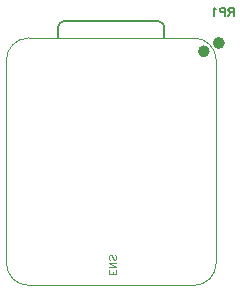
<source format=gbo>
G04 Layer: BottomSilkscreenLayer*
G04 EasyEDA Pro v2.2.44.9, 2025-11-28 14:21:36*
G04 Gerber Generator version 0.3*
G04 Scale: 100 percent, Rotated: No, Reflected: No*
G04 Dimensions in millimeters*
G04 Leading zeros omitted, absolute positions, 4 integers and 5 decimals*
G04 Generated by one-click*
%FSLAX45Y45*%
%MOMM*%
%ADD10C,0.1*%
%ADD11C,0.1524*%
%ADD12C,0.127*%
%ADD13C,0.5*%
%ADD14C,0.5791*%
G75*


G04 Text Start*
G54D10*
G01X2369820Y-2865120D02*
G01X2310638Y-2865120D01*
G01X2369820Y-2865120D02*
G01X2369820Y-2828544D01*
G01X2341626Y-2865120D02*
G01X2341626Y-2842768D01*
G01X2310638Y-2865120D02*
G01X2310638Y-2828544D01*
G01X2369820Y-2804922D02*
G01X2310638Y-2804922D01*
G01X2369820Y-2804922D02*
G01X2310638Y-2765552D01*
G01X2369820Y-2765552D02*
G01X2310638Y-2765552D01*
G01X2361438Y-2702560D02*
G01X2367026Y-2708402D01*
G01X2369820Y-2716784D01*
G01X2369820Y-2727960D01*
G01X2367026Y-2736342D01*
G01X2361438Y-2741930D01*
G01X2355596Y-2741930D01*
G01X2350008Y-2739136D01*
G01X2347214Y-2736342D01*
G01X2344420Y-2730754D01*
G01X2338832Y-2713990D01*
G01X2336038Y-2708402D01*
G01X2333244Y-2705608D01*
G01X2327656Y-2702560D01*
G01X2319020Y-2702560D01*
G01X2313432Y-2708402D01*
G01X2310638Y-2716784D01*
G01X2310638Y-2727960D01*
G01X2313432Y-2736342D01*
G01X2319020Y-2741930D01*
G54D11*
G01X3366680Y-609716D02*
G01X3366680Y-674740D01*
G01X3366680Y-609716D02*
G01X3338740Y-609716D01*
G01X3329596Y-612764D01*
G01X3326548Y-615812D01*
G01X3323246Y-622162D01*
G01X3323246Y-628258D01*
G01X3326548Y-634354D01*
G01X3329596Y-637402D01*
G01X3338740Y-640704D01*
G01X3366680Y-640704D01*
G01X3345090Y-640704D02*
G01X3323246Y-674740D01*
G01X3293020Y-609716D02*
G01X3293020Y-674740D01*
G01X3293020Y-609716D02*
G01X3265334Y-609716D01*
G01X3255936Y-612764D01*
G01X3252888Y-615812D01*
G01X3249840Y-622162D01*
G01X3249840Y-631306D01*
G01X3252888Y-637402D01*
G01X3255936Y-640704D01*
G01X3265334Y-643752D01*
G01X3293020Y-643752D01*
G01X3219614Y-622162D02*
G01X3213518Y-618860D01*
G01X3204374Y-609716D01*
G01X3204374Y-674740D01*
G04 Text End*

G04 PolygonModel Start*
G54D10*
G01X3220300Y-2769000D02*
G01X3220300Y-1054500D01*
G01X3029800Y-2959500D02*
G01X1632800Y-2959500D01*
G54D12*
G01X2780800Y-864000D02*
G01X2780427Y-772973D01*
G01X2730427Y-723000D02*
G01X1930900Y-723000D01*
G01X1880900Y-773000D02*
G01X1880900Y-864000D01*
G54D10*
G01X1636800Y-864000D02*
G01X3036800Y-864000D01*
G01X1442300Y-2769000D02*
G01X1442300Y-1054500D01*
G01X3220300Y-1054100D02*
G03X3029800Y-863600I-190500J-0D01*
G01X3029800Y-2959500D02*
G03X3220300Y-2769000I-0J190500D01*
G54D12*
G01X2780427Y-772973D02*
G03X2730427Y-723000I-50002J-29D01*
G01X1930900Y-723000D02*
G03X1880900Y-773000I0J-50000D01*
G54D10*
G01X1632800Y-864000D02*
G03X1442300Y-1054500I0J-190500D01*
G01X1442300Y-2769000D02*
G03X1632800Y-2959500I190500J0D01*

G04 Circle Start*
G54D13*
G01X3215900Y-906780D02*
G03X3266700Y-906780I25400J0D01*
G03X3215900Y-906780I-25400J0D01*
G01X3088500Y-977900D02*
G03X3139300Y-977900I25400J0D01*
G03X3088500Y-977900I-25400J0D01*
G04 Circle End*

M02*


</source>
